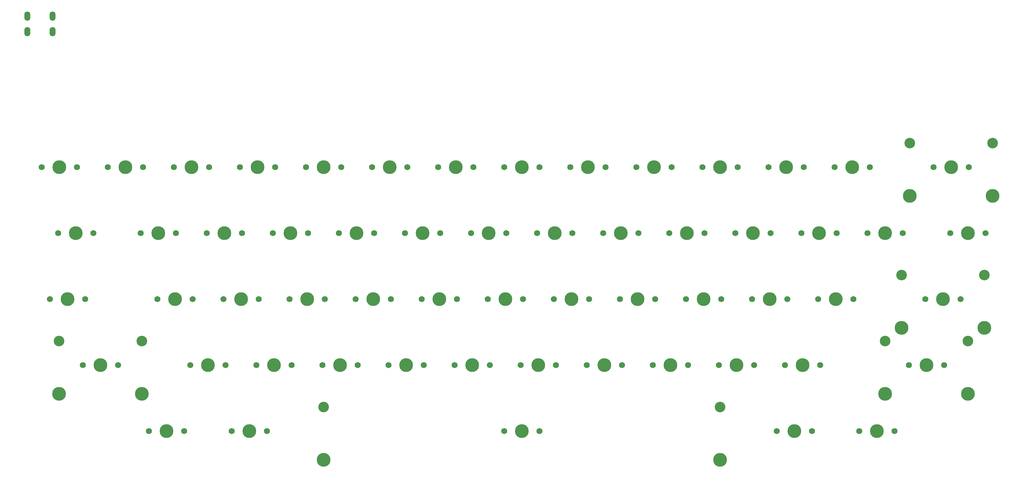
<source format=gts>
G04 #@! TF.GenerationSoftware,KiCad,Pcbnew,(5.1.4)-1*
G04 #@! TF.CreationDate,2021-08-06T15:59:48-05:00*
G04 #@! TF.ProjectId,keyboard,6b657962-6f61-4726-942e-6b696361645f,rev?*
G04 #@! TF.SameCoordinates,Original*
G04 #@! TF.FileFunction,Soldermask,Top*
G04 #@! TF.FilePolarity,Negative*
%FSLAX46Y46*%
G04 Gerber Fmt 4.6, Leading zero omitted, Abs format (unit mm)*
G04 Created by KiCad (PCBNEW (5.1.4)-1) date 2021-08-06 15:59:48*
%MOMM*%
%LPD*%
G04 APERTURE LIST*
%ADD10O,1.700000X2.700000*%
%ADD11C,3.987800*%
%ADD12C,1.750000*%
%ADD13C,3.048000*%
G04 APERTURE END LIST*
D10*
X83662500Y-80962500D03*
X90962500Y-80962500D03*
X90962500Y-85462500D03*
X83662500Y-85462500D03*
D11*
X92868750Y-124618750D03*
D12*
X87788750Y-124618750D03*
X97948750Y-124618750D03*
D11*
X111918750Y-124618750D03*
D12*
X106838750Y-124618750D03*
X116998750Y-124618750D03*
D11*
X130968750Y-124618750D03*
D12*
X125888750Y-124618750D03*
X136048750Y-124618750D03*
D11*
X150018750Y-124618750D03*
D12*
X144938750Y-124618750D03*
X155098750Y-124618750D03*
D11*
X169068750Y-124618750D03*
D12*
X163988750Y-124618750D03*
X174148750Y-124618750D03*
D11*
X188118750Y-124618750D03*
D12*
X183038750Y-124618750D03*
X193198750Y-124618750D03*
D11*
X207168750Y-124618750D03*
D12*
X202088750Y-124618750D03*
X212248750Y-124618750D03*
D11*
X226218750Y-124618750D03*
D12*
X221138750Y-124618750D03*
X231298750Y-124618750D03*
D11*
X245268750Y-124618750D03*
D12*
X240188750Y-124618750D03*
X250348750Y-124618750D03*
D11*
X264318750Y-124618750D03*
D12*
X259238750Y-124618750D03*
X269398750Y-124618750D03*
D11*
X283368750Y-124618750D03*
D12*
X278288750Y-124618750D03*
X288448750Y-124618750D03*
D11*
X302418750Y-124618750D03*
D12*
X297338750Y-124618750D03*
X307498750Y-124618750D03*
D11*
X321468750Y-124618750D03*
D12*
X316388750Y-124618750D03*
X326548750Y-124618750D03*
D11*
X350043750Y-124618750D03*
D12*
X344963750Y-124618750D03*
X355123750Y-124618750D03*
D13*
X338105750Y-117633750D03*
X361981750Y-117633750D03*
D11*
X338105750Y-132873750D03*
X361981750Y-132873750D03*
X97631250Y-143668750D03*
D12*
X92551250Y-143668750D03*
X102711250Y-143668750D03*
D11*
X121443750Y-143668750D03*
D12*
X116363750Y-143668750D03*
X126523750Y-143668750D03*
D11*
X140493750Y-143668750D03*
D12*
X135413750Y-143668750D03*
X145573750Y-143668750D03*
D11*
X159543750Y-143668750D03*
D12*
X154463750Y-143668750D03*
X164623750Y-143668750D03*
D11*
X178593750Y-143668750D03*
D12*
X173513750Y-143668750D03*
X183673750Y-143668750D03*
D11*
X197643750Y-143668750D03*
D12*
X192563750Y-143668750D03*
X202723750Y-143668750D03*
D11*
X216693750Y-143668750D03*
D12*
X211613750Y-143668750D03*
X221773750Y-143668750D03*
D11*
X235743750Y-143668750D03*
D12*
X230663750Y-143668750D03*
X240823750Y-143668750D03*
D11*
X254793750Y-143668750D03*
D12*
X249713750Y-143668750D03*
X259873750Y-143668750D03*
D11*
X273843750Y-143668750D03*
D12*
X268763750Y-143668750D03*
X278923750Y-143668750D03*
D11*
X292893750Y-143668750D03*
D12*
X287813750Y-143668750D03*
X297973750Y-143668750D03*
D11*
X311943750Y-143668750D03*
D12*
X306863750Y-143668750D03*
X317023750Y-143668750D03*
D11*
X330993750Y-143668750D03*
D12*
X325913750Y-143668750D03*
X336073750Y-143668750D03*
D11*
X354806250Y-143668750D03*
D12*
X349726250Y-143668750D03*
X359886250Y-143668750D03*
D11*
X95250000Y-162718750D03*
D12*
X90170000Y-162718750D03*
X100330000Y-162718750D03*
D11*
X126206250Y-162718750D03*
D12*
X121126250Y-162718750D03*
X131286250Y-162718750D03*
D11*
X145256250Y-162718750D03*
D12*
X140176250Y-162718750D03*
X150336250Y-162718750D03*
D11*
X164306250Y-162718750D03*
D12*
X159226250Y-162718750D03*
X169386250Y-162718750D03*
D11*
X183356250Y-162718750D03*
D12*
X178276250Y-162718750D03*
X188436250Y-162718750D03*
D11*
X202406250Y-162718750D03*
D12*
X197326250Y-162718750D03*
X207486250Y-162718750D03*
D11*
X221456250Y-162718750D03*
D12*
X216376250Y-162718750D03*
X226536250Y-162718750D03*
D11*
X240506250Y-162718750D03*
D12*
X235426250Y-162718750D03*
X245586250Y-162718750D03*
D11*
X259556250Y-162718750D03*
D12*
X254476250Y-162718750D03*
X264636250Y-162718750D03*
D11*
X278606250Y-162718750D03*
D12*
X273526250Y-162718750D03*
X283686250Y-162718750D03*
D11*
X297656250Y-162718750D03*
D12*
X292576250Y-162718750D03*
X302736250Y-162718750D03*
D11*
X316706250Y-162718750D03*
D12*
X311626250Y-162718750D03*
X321786250Y-162718750D03*
D11*
X347662500Y-162718750D03*
D12*
X342582500Y-162718750D03*
X352742500Y-162718750D03*
D13*
X335724500Y-155733750D03*
X359600500Y-155733750D03*
D11*
X335724500Y-170973750D03*
X359600500Y-170973750D03*
X104775000Y-181768750D03*
D12*
X99695000Y-181768750D03*
X109855000Y-181768750D03*
D13*
X92837000Y-174783750D03*
X116713000Y-174783750D03*
D11*
X92837000Y-190023750D03*
X116713000Y-190023750D03*
X135731250Y-181768750D03*
D12*
X130651250Y-181768750D03*
X140811250Y-181768750D03*
D11*
X154781250Y-181768750D03*
D12*
X149701250Y-181768750D03*
X159861250Y-181768750D03*
D11*
X173831250Y-181768750D03*
D12*
X168751250Y-181768750D03*
X178911250Y-181768750D03*
D11*
X192881250Y-181768750D03*
D12*
X187801250Y-181768750D03*
X197961250Y-181768750D03*
D11*
X211931250Y-181768750D03*
D12*
X206851250Y-181768750D03*
X217011250Y-181768750D03*
D11*
X230981250Y-181768750D03*
D12*
X225901250Y-181768750D03*
X236061250Y-181768750D03*
D11*
X250031250Y-181768750D03*
D12*
X244951250Y-181768750D03*
X255111250Y-181768750D03*
D11*
X269081250Y-181768750D03*
D12*
X264001250Y-181768750D03*
X274161250Y-181768750D03*
D11*
X288131250Y-181768750D03*
D12*
X283051250Y-181768750D03*
X293211250Y-181768750D03*
D11*
X307181250Y-181768750D03*
D12*
X302101250Y-181768750D03*
X312261250Y-181768750D03*
D11*
X342900000Y-181768750D03*
D12*
X337820000Y-181768750D03*
X347980000Y-181768750D03*
D13*
X330962000Y-174783750D03*
X354838000Y-174783750D03*
D11*
X330962000Y-190023750D03*
X354838000Y-190023750D03*
X123825000Y-200818750D03*
D12*
X118745000Y-200818750D03*
X128905000Y-200818750D03*
D11*
X147637500Y-200818750D03*
D12*
X142557500Y-200818750D03*
X152717500Y-200818750D03*
D11*
X226218750Y-200818750D03*
D12*
X221138750Y-200818750D03*
X231298750Y-200818750D03*
D13*
X169068750Y-193833750D03*
X283368750Y-193833750D03*
D11*
X169068750Y-209073750D03*
X283368750Y-209073750D03*
X304800000Y-200818750D03*
D12*
X299720000Y-200818750D03*
X309880000Y-200818750D03*
D11*
X328612500Y-200818750D03*
D12*
X323532500Y-200818750D03*
X333692500Y-200818750D03*
M02*

</source>
